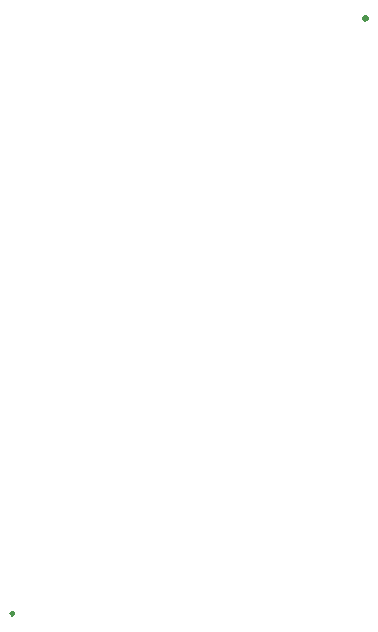
<source format=gto>
G04 #@! TF.GenerationSoftware,KiCad,Pcbnew,9.0.1*
G04 #@! TF.CreationDate,2025-04-22T18:15:32+02:00*
G04 #@! TF.ProjectId,camera_cable,63616d65-7261-45f6-9361-626c652e6b69,rev?*
G04 #@! TF.SameCoordinates,Original*
G04 #@! TF.FileFunction,Legend,Top*
G04 #@! TF.FilePolarity,Positive*
%FSLAX46Y46*%
G04 Gerber Fmt 4.6, Leading zero omitted, Abs format (unit mm)*
G04 Created by KiCad (PCBNEW 9.0.1) date 2025-04-22 18:15:32*
%MOMM*%
%LPD*%
G01*
G04 APERTURE LIST*
%ADD10C,0.300000*%
%ADD11C,0.275000*%
%ADD12R,4.000000X0.300000*%
%ADD13R,0.750000X5.000000*%
G04 APERTURE END LIST*
G04 #@! TO.C,J2*
D10*
X92250000Y-34600000D02*
G75*
G02*
X91950000Y-34600000I-150000J0D01*
G01*
X91950000Y-34600000D02*
G75*
G02*
X92250000Y-34600000I150000J0D01*
G01*
G04 #@! TO.C,j1*
D11*
X62337500Y-85000000D02*
G75*
G02*
X62062500Y-85000000I-137500J0D01*
G01*
X62062500Y-85000000D02*
G75*
G02*
X62337500Y-85000000I137500J0D01*
G01*
G04 #@! TD*
%LPC*%
D12*
G04 #@! TO.C,J2*
X89100000Y-34600000D03*
X89100000Y-35100000D03*
X89100000Y-35600000D03*
X89100000Y-36100000D03*
X89100000Y-36600000D03*
X89100000Y-37100000D03*
X89100000Y-37600000D03*
X89100000Y-38100000D03*
X89100000Y-38600000D03*
X89100000Y-39100000D03*
X89100000Y-39600000D03*
X89100000Y-40100000D03*
X89100000Y-40600000D03*
X89100000Y-41100000D03*
X89100000Y-41600000D03*
X89100000Y-42100000D03*
X89100000Y-42600000D03*
X89100000Y-43100000D03*
X89100000Y-43600000D03*
X89100000Y-44100000D03*
X89100000Y-44600000D03*
X89100000Y-45100000D03*
G04 #@! TD*
D13*
G04 #@! TO.C,j1*
X62200000Y-81000000D03*
X63200000Y-81000000D03*
X64200000Y-81000000D03*
X65200000Y-81000000D03*
X66200000Y-81000000D03*
X67200000Y-81000000D03*
X68200000Y-81000000D03*
X69200000Y-81000000D03*
X70200000Y-81000000D03*
X71200000Y-81000000D03*
X72200000Y-81000000D03*
X73200000Y-81000000D03*
X74200000Y-81000000D03*
X75200000Y-81000000D03*
X76200000Y-81000000D03*
G04 #@! TD*
%LPD*%
M02*

</source>
